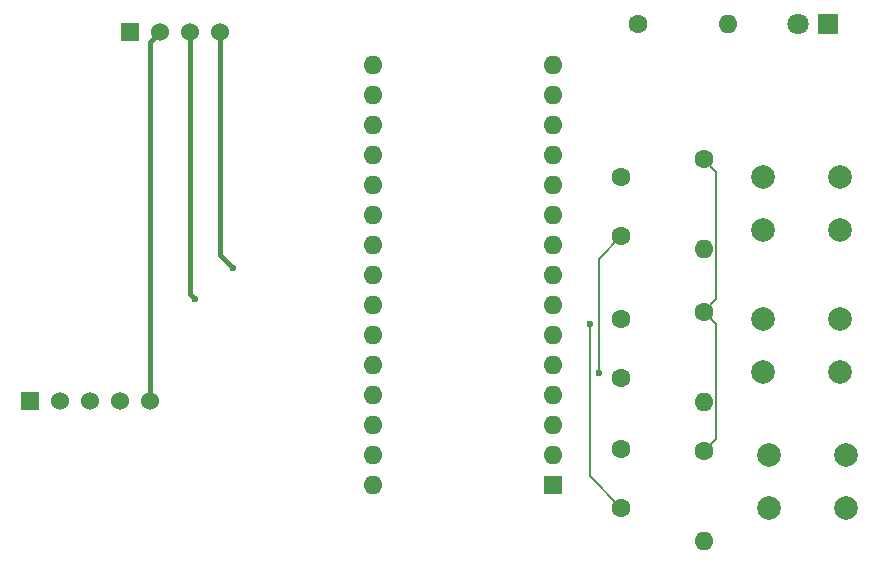
<source format=gbl>
G04 #@! TF.GenerationSoftware,KiCad,Pcbnew,8.0.6*
G04 #@! TF.CreationDate,2024-11-23T14:24:09+05:30*
G04 #@! TF.ProjectId,p1,70312e6b-6963-4616-945f-706362585858,rev?*
G04 #@! TF.SameCoordinates,Original*
G04 #@! TF.FileFunction,Copper,L2,Bot*
G04 #@! TF.FilePolarity,Positive*
%FSLAX46Y46*%
G04 Gerber Fmt 4.6, Leading zero omitted, Abs format (unit mm)*
G04 Created by KiCad (PCBNEW 8.0.6) date 2024-11-23 14:24:09*
%MOMM*%
%LPD*%
G01*
G04 APERTURE LIST*
G04 #@! TA.AperFunction,ComponentPad*
%ADD10R,1.524000X1.524000*%
G04 #@! TD*
G04 #@! TA.AperFunction,ComponentPad*
%ADD11C,1.524000*%
G04 #@! TD*
G04 #@! TA.AperFunction,ComponentPad*
%ADD12C,2.000000*%
G04 #@! TD*
G04 #@! TA.AperFunction,ComponentPad*
%ADD13C,1.600000*%
G04 #@! TD*
G04 #@! TA.AperFunction,ComponentPad*
%ADD14O,1.600000X1.600000*%
G04 #@! TD*
G04 #@! TA.AperFunction,ComponentPad*
%ADD15R,1.800000X1.800000*%
G04 #@! TD*
G04 #@! TA.AperFunction,ComponentPad*
%ADD16C,1.800000*%
G04 #@! TD*
G04 #@! TA.AperFunction,ComponentPad*
%ADD17R,1.600000X1.600000*%
G04 #@! TD*
G04 #@! TA.AperFunction,ViaPad*
%ADD18C,0.600000*%
G04 #@! TD*
G04 #@! TA.AperFunction,Conductor*
%ADD19C,0.400000*%
G04 #@! TD*
G04 #@! TA.AperFunction,Conductor*
%ADD20C,0.200000*%
G04 #@! TD*
G04 APERTURE END LIST*
D10*
X95380000Y-67730000D03*
D11*
X97920000Y-67730000D03*
X100460000Y-67730000D03*
X103000000Y-67730000D03*
D10*
X86920000Y-98920000D03*
D11*
X89460000Y-98920000D03*
X92000000Y-98920000D03*
X94540000Y-98920000D03*
X97080000Y-98920000D03*
D12*
X149500000Y-103500000D03*
X156000000Y-103500000D03*
X149500000Y-108000000D03*
X156000000Y-108000000D03*
X149000000Y-92000000D03*
X155500000Y-92000000D03*
X149000000Y-96500000D03*
X155500000Y-96500000D03*
X149000000Y-80000000D03*
X155500000Y-80000000D03*
X149000000Y-84500000D03*
X155500000Y-84500000D03*
D13*
X138380000Y-67000000D03*
D14*
X146000000Y-67000000D03*
D13*
X144000000Y-103190000D03*
D14*
X144000000Y-110810000D03*
D13*
X144000000Y-91380000D03*
D14*
X144000000Y-99000000D03*
D13*
X144000000Y-78500000D03*
D14*
X144000000Y-86120000D03*
D15*
X154460000Y-67000000D03*
D16*
X151920000Y-67000000D03*
D13*
X137000000Y-108000000D03*
X137000000Y-103000000D03*
X137000000Y-97000000D03*
X137000000Y-92000000D03*
X137000000Y-85000000D03*
X137000000Y-80000000D03*
D17*
X131240000Y-106020000D03*
D14*
X131240000Y-103480000D03*
X131240000Y-100940000D03*
X131240000Y-98400000D03*
X131240000Y-95860000D03*
X131240000Y-93320000D03*
X131240000Y-90780000D03*
X131240000Y-88240000D03*
X131240000Y-85700000D03*
X131240000Y-83160000D03*
X131240000Y-80620000D03*
X131240000Y-78080000D03*
X131240000Y-75540000D03*
X131240000Y-73000000D03*
X131240000Y-70460000D03*
X116000000Y-70460000D03*
X116000000Y-73000000D03*
X116000000Y-75540000D03*
X116000000Y-78080000D03*
X116000000Y-80620000D03*
X116000000Y-83160000D03*
X116000000Y-85700000D03*
X116000000Y-88240000D03*
X116000000Y-90780000D03*
X116000000Y-93320000D03*
X116000000Y-95860000D03*
X116000000Y-98400000D03*
X116000000Y-100940000D03*
X116000000Y-103480000D03*
X116000000Y-106020000D03*
D18*
X100900000Y-90300000D03*
X104100000Y-87700000D03*
X134300000Y-92400000D03*
X135100000Y-96600000D03*
D19*
X100460000Y-89860000D02*
X100460000Y-67730000D01*
X100900000Y-90300000D02*
X100460000Y-89860000D01*
X103000000Y-86600000D02*
X103000000Y-67730000D01*
X104100000Y-87700000D02*
X103000000Y-86600000D01*
X97080000Y-68570000D02*
X97920000Y-67730000D01*
X97080000Y-98920000D02*
X97080000Y-68570000D01*
D20*
X134300000Y-105300000D02*
X137000000Y-108000000D01*
X134300000Y-92400000D02*
X134300000Y-105300000D01*
X135100000Y-96600000D02*
X135100000Y-86900000D01*
X135100000Y-86900000D02*
X137000000Y-85000000D01*
X145027000Y-92407000D02*
X144000000Y-91380000D01*
X145027000Y-102163000D02*
X145027000Y-92407000D01*
X144000000Y-103190000D02*
X145027000Y-102163000D01*
X145027000Y-79527000D02*
X144000000Y-78500000D01*
X145027000Y-90353000D02*
X145027000Y-79527000D01*
X144000000Y-91380000D02*
X145027000Y-90353000D01*
M02*

</source>
